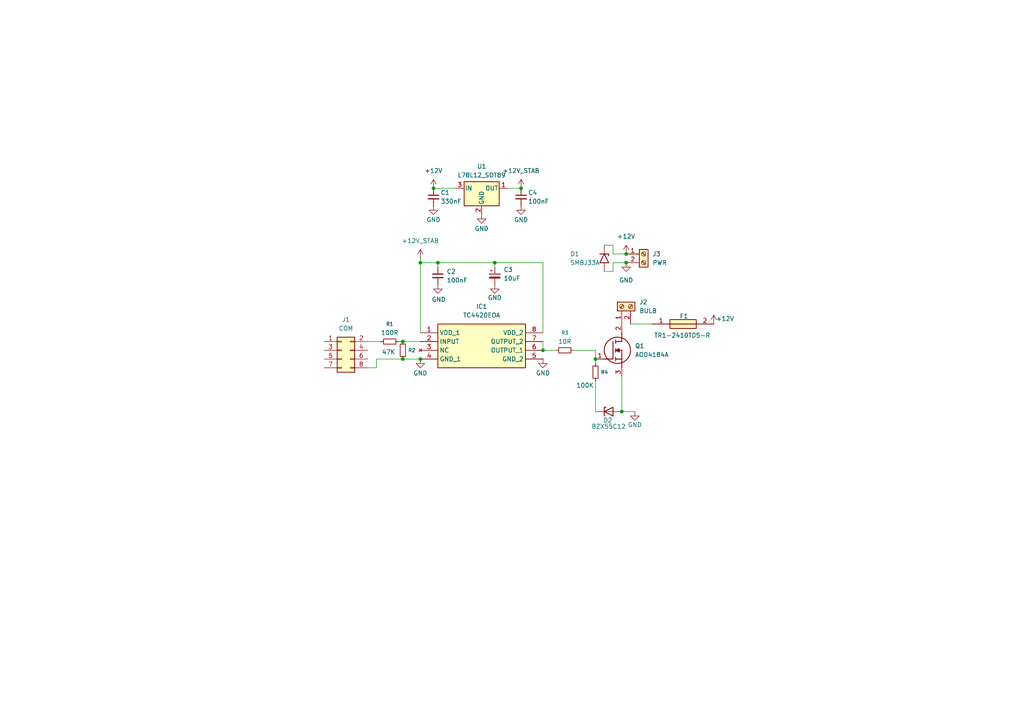
<source format=kicad_sch>
(kicad_sch (version 20250114) (generator "eeschema") (generator_version "9.0")
  (paper "A4")
  (title_block (title "MOSFET_Board") (date "2025-11-16") (rev "1.0") (company "PKl"))
  (lib_symbols
    (symbol "Connector:Screw_Terminal_01x02" (pin_names (offset 1.016) (hide yes))
      (property "Reference" "J" (at 0 2.54 0))
      (property "Value" "Screw_Terminal_01x02" (at 0 -5.08 0))
      (symbol "Screw_Terminal_01x02_1_1"
        (rectangle (start -1.27 1.27) (end 1.27 -3.81) (stroke (width 0.254)) (fill (type background)))
        (polyline (pts (xy -0.5334 0.3302) (xy 0.3302 -0.508)) (stroke (width 0.1524)))
        (polyline (pts (xy -0.5334 -2.2098) (xy 0.3302 -3.048)) (stroke (width 0.1524)))
        (polyline (pts (xy -0.3556 0.508) (xy 0.508 -0.3302)) (stroke (width 0.1524)))
        (polyline (pts (xy -0.3556 -2.032) (xy 0.508 -2.8702)) (stroke (width 0.1524)))
        (circle (center 0 0) (radius 0.635) (stroke (width 0.1524)))
        (circle (center 0 -2.54) (radius 0.635) (stroke (width 0.1524)))
        (pin passive line (at -5.08 0 0) (length 3.81) (name "Pin_1") (number "1"))
        (pin passive line (at -5.08 -2.54 0) (length 3.81) (name "Pin_2") (number "2"))
      )
    )
    (symbol "Connector_Generic:Conn_02x04_Odd_Even" (pin_names (offset 1.016) (hide yes))
      (property "Reference" "J" (at 1.27 5.08 0))
      (property "Value" "Conn_02x04_Odd_Even" (at 1.27 -7.62 0))
      (symbol "Conn_02x04_Odd_Even_1_1"
        (rectangle (start -1.27 3.81) (end 3.81 -6.35) (stroke (width 0.254)) (fill (type background)))
        (rectangle (start -1.27 2.667) (end 0 2.413) (stroke (width 0.1524)))
        (rectangle (start -1.27 0.127) (end 0 -0.127) (stroke (width 0.1524)))
        (rectangle (start -1.27 -2.413) (end 0 -2.667) (stroke (width 0.1524)))
        (rectangle (start -1.27 -4.953) (end 0 -5.207) (stroke (width 0.1524)))
        (rectangle (start 3.81 2.667) (end 2.54 2.413) (stroke (width 0.1524)))
        (rectangle (start 3.81 0.127) (end 2.54 -0.127) (stroke (width 0.1524)))
        (rectangle (start 3.81 -2.413) (end 2.54 -2.667) (stroke (width 0.1524)))
        (rectangle (start 3.81 -4.953) (end 2.54 -5.207) (stroke (width 0.1524)))
        (pin passive line (at -5.08 2.54 0) (length 3.81) (name "Pin_1") (number "1"))
        (pin passive line (at -5.08 0 0) (length 3.81) (name "Pin_3") (number "3"))
        (pin passive line (at -5.08 -2.54 0) (length 3.81) (name "Pin_5") (number "5"))
        (pin passive line (at -5.08 -5.08 0) (length 3.81) (name "Pin_7") (number "7"))
        (pin passive line (at 7.62 2.54 180) (length 3.81) (name "Pin_2") (number "2"))
        (pin passive line (at 7.62 0 180) (length 3.81) (name "Pin_4") (number "4"))
        (pin passive line (at 7.62 -2.54 180) (length 3.81) (name "Pin_6") (number "6"))
        (pin passive line (at 7.62 -5.08 180) (length 3.81) (name "Pin_8") (number "8"))
      )
    )
    (symbol "Device:C_Polarized_Small" (pin_numbers (hide yes)) (pin_names (offset 0.254) (hide yes))
      (property "Reference" "C" (at 0.254 1.778 0))
      (property "Value" "C_Polarized_Small" (at 0.254 -2.032 0))
      (symbol "C_Polarized_Small_0_1"
        (rectangle (start -1.524 0.6858) (end 1.524 0.3048))
        (rectangle (start -1.524 -0.3048) (end 1.524 -0.6858) (fill (type outline)))
        (polyline (pts (xy -1.27 1.524) (xy -0.762 1.524)))
        (polyline (pts (xy -1.016 1.27) (xy -1.016 1.778)))
      )
      (symbol "C_Polarized_Small_1_1"
        (pin passive line (at 0 2.54 270) (length 1.8542) (name "~") (number "1"))
        (pin passive line (at 0 -2.54 90) (length 1.8542) (name "~") (number "2"))
      )
    )
    (symbol "Device:C_Small" (pin_numbers (hide yes)) (pin_names (offset 0.254) (hide yes))
      (property "Reference" "C" (at 0.254 1.778 0))
      (property "Value" "C_Small" (at 0.254 -2.032 0))
      (symbol "C_Small_0_1"
        (polyline (pts (xy -1.524 0.508) (xy 1.524 0.508)) (stroke (width 0.3048)))
        (polyline (pts (xy -1.524 -0.508) (xy 1.524 -0.508)) (stroke (width 0.3302)))
      )
      (symbol "C_Small_1_1"
        (pin passive line (at 0 2.54 270) (length 2.032) (name "~") (number "1"))
        (pin passive line (at 0 -2.54 90) (length 2.032) (name "~") (number "2"))
      )
    )
    (symbol "Device:R_Small" (pin_numbers (hide yes)) (pin_names (offset 0.254) (hide yes))
      (property "Reference" "R" (at 0 0 90))
      (property "Value" "R_Small" (at 1.778 0 90))
      (symbol "R_Small_0_1"
        (rectangle (start -0.762 1.778) (end 0.762 -1.778) (stroke (width 0.2032)))
      )
      (symbol "R_Small_1_1"
        (pin passive line (at 0 2.54 270) (length 0.762) (name "~") (number "1"))
        (pin passive line (at 0 -2.54 90) (length 0.762) (name "~") (number "2"))
      )
    )
    (symbol "Diode:BZT52Bxx" (pin_numbers (hide yes)) (pin_names (hide yes))
      (property "Reference" "D" (at 0 2.54 0))
      (property "Value" "BZT52Bxx" (at 0 -2.54 0))
      (symbol "BZT52Bxx_0_1"
        (polyline (pts (xy -1.27 -1.27) (xy -1.27 1.27) (xy -0.762 1.27)) (stroke (width 0.254)))
        (polyline (pts (xy 1.27 0) (xy -1.27 0)))
        (polyline (pts (xy 1.27 -1.27) (xy 1.27 1.27) (xy -1.27 0) (xy 1.27 -1.27)) (stroke (width 0.254)))
      )
      (symbol "BZT52Bxx_1_1"
        (pin passive line (at -3.81 0 0) (length 2.54) (name "K") (number "1"))
        (pin passive line (at 3.81 0 180) (length 2.54) (name "A") (number "2"))
      )
    )
    (symbol "Diode:SM6T7V5A" (pin_numbers (hide yes)) (pin_names (offset 1.016) (hide yes))
      (property "Reference" "D" (at 0 2.54 0))
      (property "Value" "SM6T7V5A" (at 0 -2.54 0))
      (symbol "SM6T7V5A_0_1"
        (polyline (pts (xy -0.762 1.27) (xy -1.27 1.27) (xy -1.27 -1.27)) (stroke (width 0.254)))
        (polyline (pts (xy 1.27 1.27) (xy 1.27 -1.27) (xy -1.27 0) (xy 1.27 1.27)) (stroke (width 0.254)))
      )
      (symbol "SM6T7V5A_1_1"
        (pin passive line (at -3.81 0 0) (length 2.54) (name "A1") (number "1"))
        (pin passive line (at 3.81 0 180) (length 2.54) (name "A2") (number "2"))
      )
    )
    (symbol "Regulator_Linear:L78L12_SOT89" (pin_names (offset 0.254))
      (property "Reference" "U" (at -3.81 3.175 0))
      (property "Value" "L78L12_SOT89" (at -0.635 3.175 0))
      (symbol "L78L12_SOT89_0_1"
        (rectangle (start -5.08 1.905) (end 5.08 -5.08) (stroke (width 0.254)) (fill (type background)))
      )
      (symbol "L78L12_SOT89_1_1"
        (pin power_in line (at -7.62 0 0) (length 2.54) (name "IN") (number "3"))
        (pin power_in line (at 0 -7.62 90) (length 2.54) (name "GND") (number "2"))
        (pin power_out line (at 7.62 0 180) (length 2.54) (name "OUT") (number "1"))
      )
    )
    (symbol "Schematy:AOD4184A" (pin_names (hide yes))
      (property "Reference" "Q" (at 11.43 3.81 0))
      (property "Value" "AOD4184A" (at 11.43 1.27 0))
      (symbol "AOD4184A_1_1"
        (polyline (pts (xy 2.54 0) (xy 5.08 0)) (stroke (width 0.254)))
        (polyline (pts (xy 5.08 5.08) (xy 5.08 0)) (stroke (width 0.254)))
        (polyline (pts (xy 5.842 5.588) (xy 5.842 4.572)) (stroke (width 0.254)))
        (polyline (pts (xy 5.842 2.54) (xy 6.858 3.048) (xy 6.858 2.032) (xy 5.842 2.54)) (stroke (width 0.254)) (fill (type outline)))
        (polyline (pts (xy 5.842 2.032) (xy 5.842 3.048)) (stroke (width 0.254)))
        (polyline (pts (xy 5.842 0) (xy 7.62 0)) (stroke (width 0.254)))
        (polyline (pts (xy 5.842 -0.508) (xy 5.842 0.508)) (stroke (width 0.254)))
        (circle (center 6.35 2.54) (radius 3.81) (stroke (width 0.254)))
        (polyline (pts (xy 7.62 5.08) (xy 5.842 5.08)) (stroke (width 0.254)))
        (polyline (pts (xy 7.62 5.08) (xy 7.62 7.62)) (stroke (width 0.254)))
        (polyline (pts (xy 7.62 2.54) (xy 5.842 2.54)) (stroke (width 0.254)))
        (polyline (pts (xy 7.62 2.54) (xy 7.62 -2.54)) (stroke (width 0.254)))
        (pin passive line (at 0 0 0) (length 2.54) (name "G") (number "1"))
        (pin passive line (at 7.62 10.16 270) (length 2.54) (name "D") (number "2"))
        (pin passive line (at 7.62 -5.08 90) (length 2.54) (name "S") (number "3"))
      )
    )
    (symbol "Schematy:TC4420EOA"
      (property "Reference" "IC" (at 31.75 7.62 0))
      (property "Value" "TC4420EOA" (at 31.75 5.08 0))
      (symbol "TC4420EOA_1_1"
        (rectangle (start 5.08 2.54) (end 30.48 -10.16) (stroke (width 0.254)) (fill (type background)))
        (pin passive line (at 0 0 0) (length 5.08) (name "VDD_1") (number "1"))
        (pin passive line (at 0 -2.54 0) (length 5.08) (name "INPUT") (number "2"))
        (pin no_connect line (at 0 -5.08 0) (length 5.08) (name "NC") (number "3"))
        (pin passive line (at 0 -7.62 0) (length 5.08) (name "GND_1") (number "4"))
        (pin passive line (at 35.56 0 180) (length 5.08) (name "VDD_2") (number "8"))
        (pin passive line (at 35.56 -2.54 180) (length 5.08) (name "OUTPUT_2") (number "7"))
        (pin passive line (at 35.56 -5.08 180) (length 5.08) (name "OUTPUT_1") (number "6"))
        (pin passive line (at 35.56 -7.62 180) (length 5.08) (name "GND_2") (number "5"))
      )
    )
    (symbol "Schematy:TR1-2410TD5-R" (pin_names (hide yes))
      (property "Reference" "F" (at 13.97 6.35 0))
      (property "Value" "TR1-2410TD5-R" (at 13.97 3.81 0))
      (symbol "TR1-2410TD5-R_1_1"
        (rectangle (start 5.08 1.27) (end 12.7 -1.27) (stroke (width 0.254)) (fill (type background)))
        (polyline (pts (xy 5.08 0) (xy 12.7 0)) (stroke (width 0.254)))
        (pin passive line (at 0 0 0) (length 5.08) (name "1") (number "1"))
        (pin passive line (at 17.78 0 180) (length 5.08) (name "2") (number "2"))
      )
    )
    (symbol "power:+12V" (power) (pin_numbers (hide yes)) (pin_names (offset 0) (hide yes))
      (property "Value" "+12V" (at 0 3.556 0))
      (symbol "+12V_0_1"
        (polyline (pts (xy -0.762 1.27) (xy 0 2.54)))
        (polyline (pts (xy 0 2.54) (xy 0.762 1.27)))
        (polyline (pts (xy 0 0) (xy 0 2.54)))
      )
      (symbol "+12V_1_1"
        (pin power_in line (at 0 0 90) (length 0) (name "~") (number "1"))
      )
    )
    (symbol "power:GND" (power) (pin_numbers (hide yes)) (pin_names (offset 0) (hide yes))
      (property "Value" "GND" (at 0 -3.81 0))
      (symbol "GND_0_1"
        (polyline (pts (xy 0 0) (xy 0 -1.27) (xy 1.27 -1.27) (xy 0 -2.54) (xy -1.27 -1.27) (xy 0 -1.27)))
      )
      (symbol "GND_1_1"
        (pin power_in line (at 0 0 270) (length 0) (name "~") (number "1"))
      )
    )
  )
  (junction (at 151.13 54.61))
  (junction (at 127 76.2))
  (junction (at 157.48 101.6))
  (junction (at 121.92 76.2))
  (junction (at 121.92 104.14))
  (junction (at 172.72 104.14))
  (junction (at 116.84 104.14))
  (junction (at 116.84 99.06))
  (junction (at 181.61 73.66))
  (junction (at 143.51 76.2))
  (junction (at 180.34 119.38))
  (junction (at 125.73 54.61))
  (junction (at 181.61 76.2))
  (wire (pts (xy 127 77.47) (xy 127 76.2)))
  (wire (pts (xy 177.8 76.2) (xy 181.61 76.2)))
  (wire (pts (xy 121.92 74.93) (xy 121.92 76.2)))
  (wire (pts (xy 175.26 71.12) (xy 177.8 71.12)))
  (wire (pts (xy 147.32 54.61) (xy 151.13 54.61)))
  (wire (pts (xy 127 76.2) (xy 143.51 76.2)))
  (wire (pts (xy 177.8 73.66) (xy 181.61 73.66)))
  (wire (pts (xy 106.68 99.06) (xy 110.49 99.06)))
  (wire (pts (xy 125.73 54.61) (xy 132.08 54.61)))
  (wire (pts (xy 177.8 73.66) (xy 177.8 71.12)))
  (wire (pts (xy 180.34 109.22) (xy 180.34 119.38)))
  (wire (pts (xy 121.92 76.2) (xy 121.92 96.52)))
  (wire (pts (xy 172.72 104.14) (xy 172.72 105.41)))
  (wire (pts (xy 143.51 77.47) (xy 143.51 76.2)))
  (wire (pts (xy 157.48 99.06) (xy 157.48 101.6)))
  (wire (pts (xy 109.22 106.68) (xy 109.22 104.14)))
  (wire (pts (xy 157.48 101.6) (xy 161.29 101.6)))
  (wire (pts (xy 172.72 101.6) (xy 172.72 104.14)))
  (wire (pts (xy 180.34 119.38) (xy 184.15 119.38)))
  (wire (pts (xy 172.72 110.49) (xy 172.72 119.38)))
  (wire (pts (xy 143.51 76.2) (xy 157.48 76.2)))
  (wire (pts (xy 166.37 101.6) (xy 172.72 101.6)))
  (wire (pts (xy 116.84 104.14) (xy 121.92 104.14)))
  (wire (pts (xy 157.48 76.2) (xy 157.48 96.52)))
  (wire (pts (xy 121.92 76.2) (xy 127 76.2)))
  (wire (pts (xy 175.26 78.74) (xy 177.8 78.74)))
  (wire (pts (xy 177.8 78.74) (xy 177.8 76.2)))
  (wire (pts (xy 182.88 93.98) (xy 189.23 93.98)))
  (wire (pts (xy 106.68 106.68) (xy 109.22 106.68)))
  (wire (pts (xy 116.84 99.06) (xy 121.92 99.06)))
  (wire (pts (xy 115.57 99.06) (xy 116.84 99.06)))
  (wire (pts (xy 109.22 104.14) (xy 116.84 104.14)))
  (symbol (lib_id "Regulator_Linear:L78L12_SOT89") (at 139.7 54.61 0) (unit 1)
    (property "Reference" "U1" (at 139.7 48.26 0))
    (property "Value" "L78L12_SOT89" (at 139.7 50.8 0))
    (property "Footprint" "Package_TO_SOT_SMD:SOT-89-3" (effects (hide yes)))
    (property "Datasheet" "http://www.st.com/content/ccc/resource/technical/document/datasheet/15/55/e5/aa/23/5b/43/fd/CD00000446.pdf/files/CD00000446.pdf/jcr:content/translations/en.CD00000446.pdf" (effects (hide yes)))
    (property "Description" "Positive 100mA 30V Linear Regulator, Fixed Output 12V, SOT-89" (effects (hide yes)))
  )
  (symbol (lib_id "power:+12V") (at 121.92 74.93 0) (unit 1)
    (property "Reference" "#PWR01" (effects (hide yes)))
    (property "Value" "+12V_STAB" (at 121.92 69.85 0))
    (property "Description" "Power symbol creates a global label with name \"+12V\"" (effects (hide yes)))
  )
  (symbol (lib_id "Diode:BZT52Bxx") (at 176.53 119.38 0) (unit 1)
    (property "Reference" "D2" (at 176.276 121.92 0))
    (property "Value" "BZX55C12" (at 176.53 123.698 0))
    (property "Footprint" "Diode_SMD:D_SOD-123F" (effects (hide yes)))
    (property "Datasheet" "https://diotec.com/tl_files/diotec/files/pdf/datasheets/bzt52b2v4.pdf" (effects (hide yes)))
    (property "Description" "500mW Zener Diode, SOD-123F" (effects (hide yes)))
  )
  (symbol (lib_id "Device:R_Small") (at 116.84 101.6 0) (unit 1)
    (property "Reference" "R2" (at 118.364 101.6 0) (effects (font (size 1.016 1.016)) (justify left)))
    (property "Value" "47K" (at 110.744 102.108 0) (effects (justify left)))
    (property "Footprint" "Resistor_SMD:R_1206_3216Metric" (effects (hide yes)))
    (property "Description" "Resistor, small symbol" (effects (hide yes)))
  )
  (symbol (lib_id "power:+12V") (at 207.01 93.98 0) (unit 1)
    (property "Reference" "#PWR014" (effects (hide yes)))
    (property "Value" "+12V" (at 210.312 92.456 0))
    (property "Description" "Power symbol creates a global label with name \"+12V\"" (effects (hide yes)))
  )
  (symbol (lib_id "Device:R_Small") (at 172.72 107.95 0) (unit 1)
    (property "Reference" "R4" (at 174.244 107.95 0) (effects (font (size 1.016 1.016)) (justify left)))
    (property "Value" "100K" (at 167.132 111.76 0) (effects (justify left)))
    (property "Footprint" "Resistor_SMD:R_1206_3216Metric" (effects (hide yes)))
    (property "Description" "Resistor, small symbol" (effects (hide yes)))
  )
  (symbol (lib_id "power:GND") (at 151.13 59.69 0) (unit 1)
    (property "Reference" "#PWR09" (effects (hide yes)))
    (property "Value" "GND" (at 151.13 63.754 0))
    (property "Description" "Power symbol creates a global label with name \"GND\" , ground" (effects (hide yes)))
  )
  (symbol (lib_id "power:GND") (at 143.51 82.55 0) (unit 1)
    (property "Reference" "#PWR07" (effects (hide yes)))
    (property "Value" "GND" (at 143.51 86.36 0))
    (property "Description" "Power symbol creates a global label with name \"GND\" , ground" (effects (hide yes)))
  )
  (symbol (lib_id "Connector:Screw_Terminal_01x02") (at 186.69 73.66 0) (unit 1)
    (property "Reference" "J3" (at 189.23 73.6599 0) (effects (justify left)))
    (property "Value" "PWR" (at 189.23 76.1999 0) (effects (justify left)))
    (property "Footprint" "TerminalBlock_Phoenix:TerminalBlock_Phoenix_MKDS-1,5-2_1x02_P5.00mm_Horizontal" (effects (hide yes)))
    (property "Description" "Generic screw terminal, single row, 01x02, script generated (kicad-library-utils/schlib/autogen/connector/)" (effects (hide yes)))
  )
  (symbol (lib_id "Schematy:TR1-2410TD5-R") (at 189.23 93.98 0) (unit 1)
    (property "Reference" "F1" (at 198.374 91.694 0))
    (property "Value" "TR1-2410TD5-R" (at 197.866 97.282 0))
    (property "Footprint" "Library:FUSC6127X287N" (effects (hide yes)))
    (property "Datasheet" "https://www.eaton.com/content/dam/eaton/products/electronic-components/resources/data-sheet/eaton-2410td-high-current-fast-acting-smt-brick-fuse-data-sheet-elx1195-en.pdf" (effects (hide yes)))
    (property "Description" "5 A 250 V AC 60 V DC Fuse Board Mount (Cartridge Style Excluded) Surface Mount 2-SMD, Square End Block" (effects (hide yes)))
    (property "Height" "2.87" (effects (hide yes)))
    (property "Manufacturer_Name" "Eaton" (effects (hide yes)))
    (property "Manufacturer_Part_Number" "TR1-2410TD5-R" (effects (hide yes)))
    (property "Mouser Part Number" "504-TR1-2410TD5-R" (effects (hide yes)))
    (property "Mouser Price/Stock" "https://www.mouser.co.uk/ProductDetail/Bussmann-Eaton/TR1-2410TD5-R?qs=tlsG%2FOw5FFiNX%2Fmp8FvOig%3D%3D" (effects (hide yes)))
  )
  (symbol (lib_id "Device:C_Polarized_Small") (at 143.51 80.01 0) (unit 1)
    (property "Reference" "C3" (at 146.05 78.1938 0) (effects (justify left)))
    (property "Value" "10uF" (at 146.05 80.7338 0) (effects (justify left)))
    (property "Footprint" "Capacitor_SMD:CP_Elec_6.3x5.8" (effects (hide yes)))
    (property "Description" "Polarized capacitor, small symbol" (effects (hide yes)))
  )
  (symbol (lib_id "power:GND") (at 125.73 59.69 0) (unit 1)
    (property "Reference" "#PWR04" (effects (hide yes)))
    (property "Value" "GND" (at 125.73 63.754 0))
    (property "Description" "Power symbol creates a global label with name \"GND\" , ground" (effects (hide yes)))
  )
  (symbol (lib_id "power:GND") (at 184.15 119.38 0) (unit 1)
    (property "Reference" "#PWR013" (effects (hide yes)))
    (property "Value" "GND" (at 184.15 123.19 0))
    (property "Description" "Power symbol creates a global label with name \"GND\" , ground" (effects (hide yes)))
  )
  (symbol (lib_id "power:+12V") (at 125.73 54.61 0) (unit 1)
    (property "Reference" "#PWR03" (effects (hide yes)))
    (property "Value" "+12V" (at 125.73 49.53 0))
    (property "Description" "Power symbol creates a global label with name \"+12V\"" (effects (hide yes)))
  )
  (symbol (lib_id "Device:C_Small") (at 125.73 57.15 0) (unit 1)
    (property "Reference" "C1" (at 127.762 55.88 0) (effects (justify left)))
    (property "Value" "330nF" (at 127.762 58.42 0) (effects (justify left)))
    (property "Footprint" "Capacitor_SMD:C_1206_3216Metric" (effects (hide yes)))
    (property "Description" "Unpolarized capacitor, small symbol" (effects (hide yes)))
  )
  (symbol (lib_id "power:+12V") (at 181.61 73.66 0) (unit 1)
    (property "Reference" "#PWR011" (effects (hide yes)))
    (property "Value" "+12V" (at 181.61 68.58 0))
    (property "Description" "Power symbol creates a global label with name \"+12V\"" (effects (hide yes)))
  )
  (symbol (lib_id "Device:R_Small") (at 113.03 99.06 90) (unit 1)
    (property "Reference" "R1" (at 113.03 93.98 90) (effects (font (size 1.016 1.016))))
    (property "Value" "100R" (at 113.03 96.52 90))
    (property "Footprint" "Resistor_SMD:R_1206_3216Metric" (effects (hide yes)))
    (property "Description" "Resistor, small symbol" (effects (hide yes)))
  )
  (symbol (lib_id "Device:R_Small") (at 163.83 101.6 90) (unit 1)
    (property "Reference" "R3" (at 163.83 96.52 90) (effects (font (size 1.016 1.016))))
    (property "Value" "10R" (at 163.83 99.06 90))
    (property "Footprint" "Resistor_SMD:R_1206_3216Metric" (effects (hide yes)))
    (property "Description" "Resistor, small symbol" (effects (hide yes)))
  )
  (symbol (lib_id "Device:C_Small") (at 127 80.01 0) (unit 1)
    (property "Reference" "C2" (at 129.54 78.7462 0) (effects (justify left)))
    (property "Value" "100nF" (at 129.54 81.2862 0) (effects (justify left)))
    (property "Footprint" "Capacitor_SMD:C_1206_3216Metric" (effects (hide yes)))
    (property "Description" "Unpolarized capacitor, small symbol" (effects (hide yes)))
  )
  (symbol (lib_id "power:GND") (at 121.92 104.14 0) (unit 1)
    (property "Reference" "#PWR02" (effects (hide yes)))
    (property "Value" "GND" (at 121.92 108.204 0))
    (property "Description" "Power symbol creates a global label with name \"GND\" , ground" (effects (hide yes)))
  )
  (symbol (lib_id "Device:C_Small") (at 151.13 57.15 0) (unit 1)
    (property "Reference" "C4" (at 153.162 55.88 0) (effects (justify left)))
    (property "Value" "100nF" (at 153.162 58.42 0) (effects (justify left)))
    (property "Footprint" "Capacitor_SMD:C_1206_3216Metric" (effects (hide yes)))
    (property "Description" "Unpolarized capacitor, small symbol" (effects (hide yes)))
  )
  (symbol (lib_id "Connector_Generic:Conn_02x04_Odd_Even") (at 99.06 101.6 0) (unit 1)
    (property "Reference" "J1" (at 100.33 92.71 0))
    (property "Value" "COM" (at 100.33 95.25 0))
    (property "Footprint" "Connector_PinHeader_2.54mm:PinHeader_2x04_P2.54mm_Vertical" (effects (hide yes)))
    (property "Description" "Generic connector, double row, 02x04, odd/even pin numbering scheme (row 1 odd numbers, row 2 even numbers), script generated (kicad-library-utils/schlib/autogen/connector/)" (effects (hide yes)))
  )
  (symbol (lib_id "Schematy:AOD4184A") (at 172.72 104.14 0) (unit 1)
    (property "Reference" "Q1" (at 184.15 100.3299 0) (effects (justify left)))
    (property "Value" "AOD4184A" (at 184.15 102.8699 0) (effects (justify left)))
    (property "Footprint" "Library:AOD4185" (effects (hide yes)))
    (property "Datasheet" "https://www.arrow.com/en/products/aod4184a/alpha-and-omega-semiconductor" (effects (hide yes)))
    (property "Description" "Trans MOSFET N-CH 40V 50A 3-Pin(2+Tab) DPAK" (effects (hide yes)))
    (property "Height" "2.4" (effects (hide yes)))
    (property "Manufacturer_Name" "Alpha & Omega Semiconductors" (effects (hide yes)))
    (property "Manufacturer_Part_Number" "AOD4184A" (effects (hide yes)))
    (property "Arrow Part Number" "AOD4184A" (effects (hide yes)))
    (property "Arrow Price/Stock" "https://www.arrow.com/en/products/aod4184a/alpha-and-omega-semiconductor?utm_currency=USD&region=nac" (effects (hide yes)))
  )
  (symbol (lib_id "Connector:Screw_Terminal_01x02") (at 180.34 88.9 90) (unit 1)
    (property "Reference" "J2" (at 185.42 87.6299 90) (effects (justify right)))
    (property "Value" "BULB" (at 185.42 90.1699 90) (effects (justify right)))
    (property "Footprint" "TerminalBlock_Phoenix:TerminalBlock_Phoenix_MKDS-1,5-2_1x02_P5.00mm_Horizontal" (effects (hide yes)))
    (property "Description" "Generic screw terminal, single row, 01x02, script generated (kicad-library-utils/schlib/autogen/connector/)" (effects (hide yes)))
  )
  (symbol (lib_id "power:GND") (at 157.48 104.14 0) (unit 1)
    (property "Reference" "#PWR010" (effects (hide yes)))
    (property "Value" "GND" (at 157.48 108.204 0))
    (property "Description" "Power symbol creates a global label with name \"GND\" , ground" (effects (hide yes)))
  )
  (symbol (lib_id "power:GND") (at 127 82.55 0) (unit 1)
    (property "Reference" "#PWR05" (effects (hide yes)))
    (property "Value" "GND" (at 127.254 86.868 0))
    (property "Description" "Power symbol creates a global label with name \"GND\" , ground" (effects (hide yes)))
  )
  (symbol (lib_id "power:+12V") (at 151.13 54.61 0) (unit 1)
    (property "Reference" "#PWR08" (effects (hide yes)))
    (property "Value" "+12V_STAB" (at 151.13 49.53 0))
    (property "Description" "Power symbol creates a global label with name \"+12V\"" (effects (hide yes)))
  )
  (symbol (lib_id "power:GND") (at 139.7 62.23 0) (unit 1)
    (property "Reference" "#PWR06" (effects (hide yes)))
    (property "Value" "GND" (at 139.7 66.294 0))
    (property "Description" "Power symbol creates a global label with name \"GND\" , ground" (effects (hide yes)))
  )
  (symbol (lib_id "Diode:SM6T7V5A") (at 175.26 74.93 270) (unit 1)
    (property "Reference" "D1" (at 165.354 73.66 90) (effects (justify left)))
    (property "Value" "SMBJ33A" (at 165.354 76.2 90) (effects (justify left)))
    (property "Footprint" "Diode_SMD:D_SMB" (effects (hide yes)))
    (property "Datasheet" "https://www.st.com/resource/en/datasheet/sm6t.pdf" (effects (hide yes)))
    (property "Description" "600W unidirectional Transil Transient Voltage Suppressor, 7.5Vrwm, DO-214AA" (effects (hide yes)))
  )
  (symbol (lib_id "Schematy:TC4420EOA") (at 121.92 96.52 0) (unit 1)
    (property "Reference" "IC1" (at 139.7 88.9 0))
    (property "Value" "TC4420EOA" (at 139.7 91.44 0))
    (property "Footprint" "Library:SOIC127P600X175-8N" (effects (hide yes)))
    (property "Datasheet" "http://componentsearchengine.com/Datasheets/1/TC4420EOA.pdf" (effects (hide yes)))
    (property "Description" "IC MOSFET DRIVER 6A HS" (effects (hide yes)))
    (property "Height" "1.75" (effects (hide yes)))
    (property "Manufacturer_Name" "Microchip" (effects (hide yes)))
    (property "Manufacturer_Part_Number" "TC4420EOA" (effects (hide yes)))
    (property "Mouser Part Number" "579-TC4420EOA" (effects (hide yes)))
    (property "Mouser Price/Stock" "https://www.mouser.co.uk/ProductDetail/Microchip-Technology/TC4420EOA?qs=wPbeaPfwU99K0CmR7RzMVg%3D%3D" (effects (hide yes)))
    (property "Arrow Part Number" "TC4420EOA" (effects (hide yes)))
    (property "Arrow Price/Stock" "https://www.arrow.com/en/products/tc4420eoa/microchip-technology?utm_currency=USD&region=nac" (effects (hide yes)))
  )
  (symbol (lib_id "power:GND") (at 181.61 76.2 0) (unit 1)
    (property "Reference" "#PWR012" (effects (hide yes)))
    (property "Value" "GND" (at 181.61 81.28 0))
    (property "Description" "Power symbol creates a global label with name \"GND\" , ground" (effects (hide yes)))
  )
)
</source>
